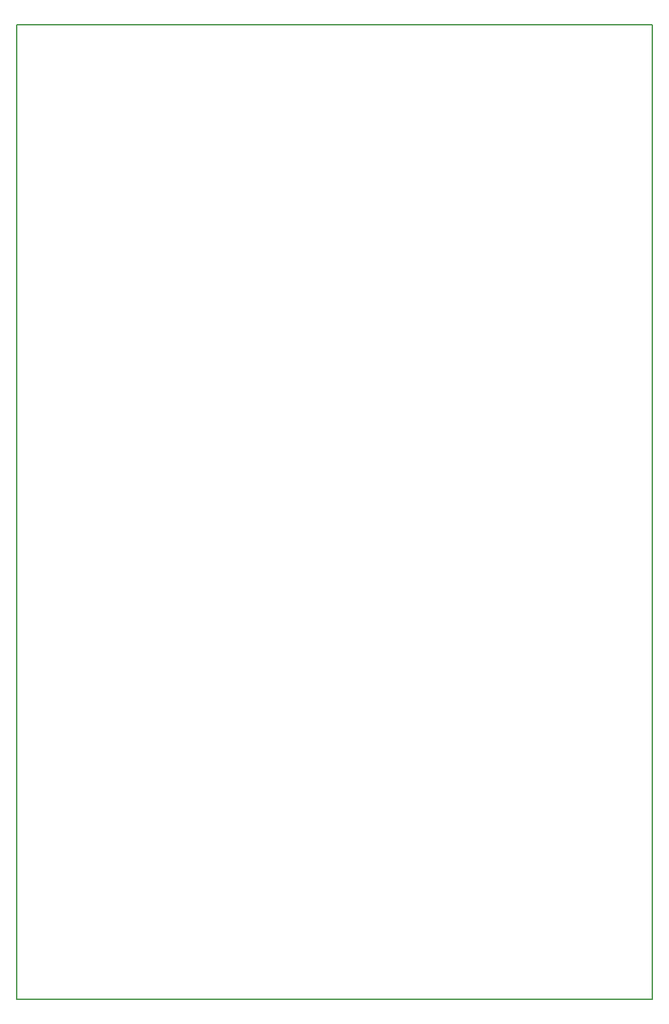
<source format=gbr>
%TF.GenerationSoftware,KiCad,Pcbnew,7.0.6*%
%TF.CreationDate,2023-07-24T15:49:14+01:00*%
%TF.ProjectId,new_board2,6e65775f-626f-4617-9264-322e6b696361,rev?*%
%TF.SameCoordinates,Original*%
%TF.FileFunction,Profile,NP*%
%FSLAX46Y46*%
G04 Gerber Fmt 4.6, Leading zero omitted, Abs format (unit mm)*
G04 Created by KiCad (PCBNEW 7.0.6) date 2023-07-24 15:49:14*
%MOMM*%
%LPD*%
G01*
G04 APERTURE LIST*
%TA.AperFunction,Profile*%
%ADD10C,0.150000*%
%TD*%
G04 APERTURE END LIST*
D10*
X135636000Y-40700000D02*
X135636000Y-164084000D01*
X135636000Y-164084000D02*
X216276000Y-164084000D01*
X216300000Y-40700000D02*
X216300000Y-164084000D01*
X135636000Y-40700000D02*
X216300000Y-40700000D01*
M02*

</source>
